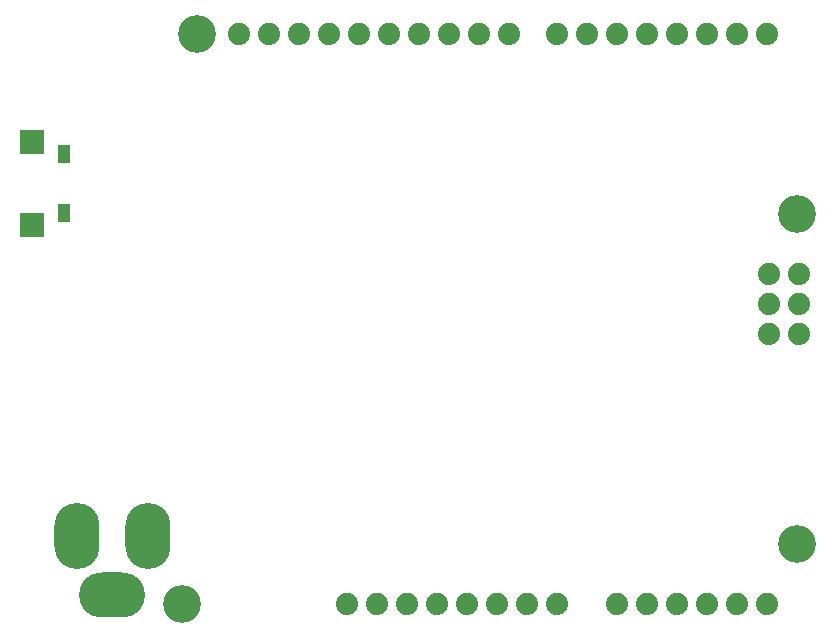
<source format=gbp>
G04 (created by PCBNEW-RS274X (2012-01-19 BZR 3256)-stable) date 2013/3/11 15:33:10*
G01*
G70*
G90*
%MOIN*%
G04 Gerber Fmt 3.4, Leading zero omitted, Abs format*
%FSLAX34Y34*%
G04 APERTURE LIST*
%ADD10C,0.000100*%
%ADD11C,0.074000*%
%ADD12O,0.220000X0.150000*%
%ADD13O,0.150000X0.220000*%
%ADD14C,0.126000*%
%ADD15R,0.081000X0.081000*%
%ADD16R,0.040000X0.060000*%
G04 APERTURE END LIST*
G54D10*
G54D11*
X53300Y-40500D03*
X54300Y-40500D03*
X53300Y-41500D03*
X54300Y-41500D03*
X53300Y-42500D03*
X54300Y-42500D03*
G54D12*
X31420Y-51200D03*
G54D13*
X32600Y-49230D03*
X30240Y-49230D03*
G54D14*
X34250Y-32500D03*
X54250Y-38500D03*
X33750Y-51500D03*
X54250Y-49500D03*
G54D11*
X37650Y-32500D03*
X38650Y-32500D03*
X43650Y-32500D03*
X42650Y-32500D03*
X41650Y-32500D03*
X40650Y-32500D03*
X39650Y-32500D03*
X36650Y-32500D03*
X35650Y-32500D03*
X44650Y-32500D03*
X52250Y-32500D03*
X51250Y-32500D03*
X50250Y-32500D03*
X49250Y-32500D03*
X48250Y-32500D03*
X47250Y-32500D03*
X46250Y-32500D03*
X53250Y-32500D03*
X48250Y-51500D03*
X49250Y-51500D03*
X50250Y-51500D03*
X51250Y-51500D03*
X52250Y-51500D03*
X53250Y-51500D03*
X40250Y-51500D03*
X41250Y-51500D03*
X42250Y-51500D03*
X43250Y-51500D03*
X44250Y-51500D03*
X45250Y-51500D03*
X46250Y-51500D03*
X39250Y-51500D03*
G54D15*
X28750Y-36120D03*
X28750Y-38880D03*
G54D16*
X29810Y-36520D03*
X29810Y-38480D03*
M02*

</source>
